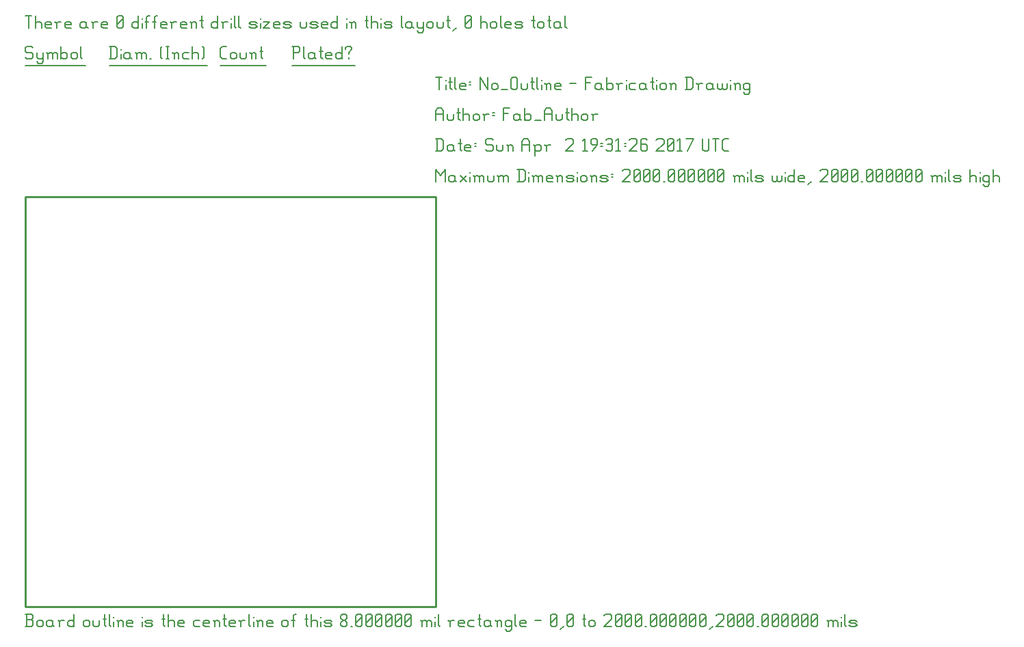
<source format=gbr>
G04 start of page 3 for group -3984 idx -3984 *
G04 Title: No_Outline, fab *
G04 Creator: pcb v4.0.0-g08c339ec *
G04 CreationDate: Sun Apr  2 19:31:26 2017 UTC *
G04 For: dan *
G04 Format: Gerber/RS-274X *
G04 PCB-Dimensions (mil): 2000.00 2000.00 *
G04 PCB-Coordinate-Origin: lower left *
%MOIN*%
%FSLAX25Y25*%
%LNFAB*%
%ADD14C,0.0100*%
%ADD13C,0.0075*%
%ADD12C,0.0060*%
G54D12*X3000Y273500D02*X3750Y272750D01*
X750Y273500D02*X3000D01*
X0Y272750D02*X750Y273500D01*
X0Y272750D02*Y271250D01*
X750Y270500D01*
X3000D01*
X3750Y269750D01*
Y268250D01*
X3000Y267500D02*X3750Y268250D01*
X750Y267500D02*X3000D01*
X0Y268250D02*X750Y267500D01*
X5550Y270500D02*Y268250D01*
X6300Y267500D01*
X8550Y270500D02*Y266000D01*
X7800Y265250D02*X8550Y266000D01*
X6300Y265250D02*X7800D01*
X5550Y266000D02*X6300Y265250D01*
Y267500D02*X7800D01*
X8550Y268250D01*
X11100Y269750D02*Y267500D01*
Y269750D02*X11850Y270500D01*
X12600D01*
X13350Y269750D01*
Y267500D01*
Y269750D02*X14100Y270500D01*
X14850D01*
X15600Y269750D01*
Y267500D01*
X10350Y270500D02*X11100Y269750D01*
X17400Y273500D02*Y267500D01*
Y268250D02*X18150Y267500D01*
X19650D01*
X20400Y268250D01*
Y269750D02*Y268250D01*
X19650Y270500D02*X20400Y269750D01*
X18150Y270500D02*X19650D01*
X17400Y269750D02*X18150Y270500D01*
X22200Y269750D02*Y268250D01*
Y269750D02*X22950Y270500D01*
X24450D01*
X25200Y269750D01*
Y268250D01*
X24450Y267500D02*X25200Y268250D01*
X22950Y267500D02*X24450D01*
X22200Y268250D02*X22950Y267500D01*
X27000Y273500D02*Y268250D01*
X27750Y267500D01*
X0Y264250D02*X29250D01*
X41750Y273500D02*Y267500D01*
X43700Y273500D02*X44750Y272450D01*
Y268550D01*
X43700Y267500D02*X44750Y268550D01*
X41000Y267500D02*X43700D01*
X41000Y273500D02*X43700D01*
G54D13*X46550Y272000D02*Y271850D01*
G54D12*Y269750D02*Y267500D01*
X50300Y270500D02*X51050Y269750D01*
X48800Y270500D02*X50300D01*
X48050Y269750D02*X48800Y270500D01*
X48050Y269750D02*Y268250D01*
X48800Y267500D01*
X51050Y270500D02*Y268250D01*
X51800Y267500D01*
X48800D02*X50300D01*
X51050Y268250D01*
X54350Y269750D02*Y267500D01*
Y269750D02*X55100Y270500D01*
X55850D01*
X56600Y269750D01*
Y267500D01*
Y269750D02*X57350Y270500D01*
X58100D01*
X58850Y269750D01*
Y267500D01*
X53600Y270500D02*X54350Y269750D01*
X60650Y267500D02*X61400D01*
X65900Y268250D02*X66650Y267500D01*
X65900Y272750D02*X66650Y273500D01*
X65900Y272750D02*Y268250D01*
X68450Y273500D02*X69950D01*
X69200D02*Y267500D01*
X68450D02*X69950D01*
X72500Y269750D02*Y267500D01*
Y269750D02*X73250Y270500D01*
X74000D01*
X74750Y269750D01*
Y267500D01*
X71750Y270500D02*X72500Y269750D01*
X77300Y270500D02*X79550D01*
X76550Y269750D02*X77300Y270500D01*
X76550Y269750D02*Y268250D01*
X77300Y267500D01*
X79550D01*
X81350Y273500D02*Y267500D01*
Y269750D02*X82100Y270500D01*
X83600D01*
X84350Y269750D01*
Y267500D01*
X86150Y273500D02*X86900Y272750D01*
Y268250D01*
X86150Y267500D02*X86900Y268250D01*
X41000Y264250D02*X88700D01*
X96050Y267500D02*X98000D01*
X95000Y268550D02*X96050Y267500D01*
X95000Y272450D02*Y268550D01*
Y272450D02*X96050Y273500D01*
X98000D01*
X99800Y269750D02*Y268250D01*
Y269750D02*X100550Y270500D01*
X102050D01*
X102800Y269750D01*
Y268250D01*
X102050Y267500D02*X102800Y268250D01*
X100550Y267500D02*X102050D01*
X99800Y268250D02*X100550Y267500D01*
X104600Y270500D02*Y268250D01*
X105350Y267500D01*
X106850D01*
X107600Y268250D01*
Y270500D02*Y268250D01*
X110150Y269750D02*Y267500D01*
Y269750D02*X110900Y270500D01*
X111650D01*
X112400Y269750D01*
Y267500D01*
X109400Y270500D02*X110150Y269750D01*
X114950Y273500D02*Y268250D01*
X115700Y267500D01*
X114200Y271250D02*X115700D01*
X95000Y264250D02*X117200D01*
X130750Y273500D02*Y267500D01*
X130000Y273500D02*X133000D01*
X133750Y272750D01*
Y271250D01*
X133000Y270500D02*X133750Y271250D01*
X130750Y270500D02*X133000D01*
X135550Y273500D02*Y268250D01*
X136300Y267500D01*
X140050Y270500D02*X140800Y269750D01*
X138550Y270500D02*X140050D01*
X137800Y269750D02*X138550Y270500D01*
X137800Y269750D02*Y268250D01*
X138550Y267500D01*
X140800Y270500D02*Y268250D01*
X141550Y267500D01*
X138550D02*X140050D01*
X140800Y268250D01*
X144100Y273500D02*Y268250D01*
X144850Y267500D01*
X143350Y271250D02*X144850D01*
X147100Y267500D02*X149350D01*
X146350Y268250D02*X147100Y267500D01*
X146350Y269750D02*Y268250D01*
Y269750D02*X147100Y270500D01*
X148600D01*
X149350Y269750D01*
X146350Y269000D02*X149350D01*
Y269750D02*Y269000D01*
X154150Y273500D02*Y267500D01*
X153400D02*X154150Y268250D01*
X151900Y267500D02*X153400D01*
X151150Y268250D02*X151900Y267500D01*
X151150Y269750D02*Y268250D01*
Y269750D02*X151900Y270500D01*
X153400D01*
X154150Y269750D01*
X157450Y270500D02*Y269750D01*
Y268250D02*Y267500D01*
X155950Y272750D02*Y272000D01*
Y272750D02*X156700Y273500D01*
X158200D01*
X158950Y272750D01*
Y272000D01*
X157450Y270500D02*X158950Y272000D01*
X130000Y264250D02*X160750D01*
X0Y288500D02*X3000D01*
X1500D02*Y282500D01*
X4800Y288500D02*Y282500D01*
Y284750D02*X5550Y285500D01*
X7050D01*
X7800Y284750D01*
Y282500D01*
X10350D02*X12600D01*
X9600Y283250D02*X10350Y282500D01*
X9600Y284750D02*Y283250D01*
Y284750D02*X10350Y285500D01*
X11850D01*
X12600Y284750D01*
X9600Y284000D02*X12600D01*
Y284750D02*Y284000D01*
X15150Y284750D02*Y282500D01*
Y284750D02*X15900Y285500D01*
X17400D01*
X14400D02*X15150Y284750D01*
X19950Y282500D02*X22200D01*
X19200Y283250D02*X19950Y282500D01*
X19200Y284750D02*Y283250D01*
Y284750D02*X19950Y285500D01*
X21450D01*
X22200Y284750D01*
X19200Y284000D02*X22200D01*
Y284750D02*Y284000D01*
X28950Y285500D02*X29700Y284750D01*
X27450Y285500D02*X28950D01*
X26700Y284750D02*X27450Y285500D01*
X26700Y284750D02*Y283250D01*
X27450Y282500D01*
X29700Y285500D02*Y283250D01*
X30450Y282500D01*
X27450D02*X28950D01*
X29700Y283250D01*
X33000Y284750D02*Y282500D01*
Y284750D02*X33750Y285500D01*
X35250D01*
X32250D02*X33000Y284750D01*
X37800Y282500D02*X40050D01*
X37050Y283250D02*X37800Y282500D01*
X37050Y284750D02*Y283250D01*
Y284750D02*X37800Y285500D01*
X39300D01*
X40050Y284750D01*
X37050Y284000D02*X40050D01*
Y284750D02*Y284000D01*
X44550Y283250D02*X45300Y282500D01*
X44550Y287750D02*Y283250D01*
Y287750D02*X45300Y288500D01*
X46800D01*
X47550Y287750D01*
Y283250D01*
X46800Y282500D02*X47550Y283250D01*
X45300Y282500D02*X46800D01*
X44550Y284000D02*X47550Y287000D01*
X55050Y288500D02*Y282500D01*
X54300D02*X55050Y283250D01*
X52800Y282500D02*X54300D01*
X52050Y283250D02*X52800Y282500D01*
X52050Y284750D02*Y283250D01*
Y284750D02*X52800Y285500D01*
X54300D01*
X55050Y284750D01*
G54D13*X56850Y287000D02*Y286850D01*
G54D12*Y284750D02*Y282500D01*
X59100Y287750D02*Y282500D01*
Y287750D02*X59850Y288500D01*
X60600D01*
X58350Y285500D02*X59850D01*
X62850Y287750D02*Y282500D01*
Y287750D02*X63600Y288500D01*
X64350D01*
X62100Y285500D02*X63600D01*
X66600Y282500D02*X68850D01*
X65850Y283250D02*X66600Y282500D01*
X65850Y284750D02*Y283250D01*
Y284750D02*X66600Y285500D01*
X68100D01*
X68850Y284750D01*
X65850Y284000D02*X68850D01*
Y284750D02*Y284000D01*
X71400Y284750D02*Y282500D01*
Y284750D02*X72150Y285500D01*
X73650D01*
X70650D02*X71400Y284750D01*
X76200Y282500D02*X78450D01*
X75450Y283250D02*X76200Y282500D01*
X75450Y284750D02*Y283250D01*
Y284750D02*X76200Y285500D01*
X77700D01*
X78450Y284750D01*
X75450Y284000D02*X78450D01*
Y284750D02*Y284000D01*
X81000Y284750D02*Y282500D01*
Y284750D02*X81750Y285500D01*
X82500D01*
X83250Y284750D01*
Y282500D01*
X80250Y285500D02*X81000Y284750D01*
X85800Y288500D02*Y283250D01*
X86550Y282500D01*
X85050Y286250D02*X86550D01*
X93750Y288500D02*Y282500D01*
X93000D02*X93750Y283250D01*
X91500Y282500D02*X93000D01*
X90750Y283250D02*X91500Y282500D01*
X90750Y284750D02*Y283250D01*
Y284750D02*X91500Y285500D01*
X93000D01*
X93750Y284750D01*
X96300D02*Y282500D01*
Y284750D02*X97050Y285500D01*
X98550D01*
X95550D02*X96300Y284750D01*
G54D13*X100350Y287000D02*Y286850D01*
G54D12*Y284750D02*Y282500D01*
X101850Y288500D02*Y283250D01*
X102600Y282500D01*
X104100Y288500D02*Y283250D01*
X104850Y282500D01*
X109800D02*X112050D01*
X112800Y283250D01*
X112050Y284000D02*X112800Y283250D01*
X109800Y284000D02*X112050D01*
X109050Y284750D02*X109800Y284000D01*
X109050Y284750D02*X109800Y285500D01*
X112050D01*
X112800Y284750D01*
X109050Y283250D02*X109800Y282500D01*
G54D13*X114600Y287000D02*Y286850D01*
G54D12*Y284750D02*Y282500D01*
X116100Y285500D02*X119100D01*
X116100Y282500D02*X119100Y285500D01*
X116100Y282500D02*X119100D01*
X121650D02*X123900D01*
X120900Y283250D02*X121650Y282500D01*
X120900Y284750D02*Y283250D01*
Y284750D02*X121650Y285500D01*
X123150D01*
X123900Y284750D01*
X120900Y284000D02*X123900D01*
Y284750D02*Y284000D01*
X126450Y282500D02*X128700D01*
X129450Y283250D01*
X128700Y284000D02*X129450Y283250D01*
X126450Y284000D02*X128700D01*
X125700Y284750D02*X126450Y284000D01*
X125700Y284750D02*X126450Y285500D01*
X128700D01*
X129450Y284750D01*
X125700Y283250D02*X126450Y282500D01*
X133950Y285500D02*Y283250D01*
X134700Y282500D01*
X136200D01*
X136950Y283250D01*
Y285500D02*Y283250D01*
X139500Y282500D02*X141750D01*
X142500Y283250D01*
X141750Y284000D02*X142500Y283250D01*
X139500Y284000D02*X141750D01*
X138750Y284750D02*X139500Y284000D01*
X138750Y284750D02*X139500Y285500D01*
X141750D01*
X142500Y284750D01*
X138750Y283250D02*X139500Y282500D01*
X145050D02*X147300D01*
X144300Y283250D02*X145050Y282500D01*
X144300Y284750D02*Y283250D01*
Y284750D02*X145050Y285500D01*
X146550D01*
X147300Y284750D01*
X144300Y284000D02*X147300D01*
Y284750D02*Y284000D01*
X152100Y288500D02*Y282500D01*
X151350D02*X152100Y283250D01*
X149850Y282500D02*X151350D01*
X149100Y283250D02*X149850Y282500D01*
X149100Y284750D02*Y283250D01*
Y284750D02*X149850Y285500D01*
X151350D01*
X152100Y284750D01*
G54D13*X156600Y287000D02*Y286850D01*
G54D12*Y284750D02*Y282500D01*
X158850Y284750D02*Y282500D01*
Y284750D02*X159600Y285500D01*
X160350D01*
X161100Y284750D01*
Y282500D01*
X158100Y285500D02*X158850Y284750D01*
X166350Y288500D02*Y283250D01*
X167100Y282500D01*
X165600Y286250D02*X167100D01*
X168600Y288500D02*Y282500D01*
Y284750D02*X169350Y285500D01*
X170850D01*
X171600Y284750D01*
Y282500D01*
G54D13*X173400Y287000D02*Y286850D01*
G54D12*Y284750D02*Y282500D01*
X175650D02*X177900D01*
X178650Y283250D01*
X177900Y284000D02*X178650Y283250D01*
X175650Y284000D02*X177900D01*
X174900Y284750D02*X175650Y284000D01*
X174900Y284750D02*X175650Y285500D01*
X177900D01*
X178650Y284750D01*
X174900Y283250D02*X175650Y282500D01*
X183150Y288500D02*Y283250D01*
X183900Y282500D01*
X187650Y285500D02*X188400Y284750D01*
X186150Y285500D02*X187650D01*
X185400Y284750D02*X186150Y285500D01*
X185400Y284750D02*Y283250D01*
X186150Y282500D01*
X188400Y285500D02*Y283250D01*
X189150Y282500D01*
X186150D02*X187650D01*
X188400Y283250D01*
X190950Y285500D02*Y283250D01*
X191700Y282500D01*
X193950Y285500D02*Y281000D01*
X193200Y280250D02*X193950Y281000D01*
X191700Y280250D02*X193200D01*
X190950Y281000D02*X191700Y280250D01*
Y282500D02*X193200D01*
X193950Y283250D01*
X195750Y284750D02*Y283250D01*
Y284750D02*X196500Y285500D01*
X198000D01*
X198750Y284750D01*
Y283250D01*
X198000Y282500D02*X198750Y283250D01*
X196500Y282500D02*X198000D01*
X195750Y283250D02*X196500Y282500D01*
X200550Y285500D02*Y283250D01*
X201300Y282500D01*
X202800D01*
X203550Y283250D01*
Y285500D02*Y283250D01*
X206100Y288500D02*Y283250D01*
X206850Y282500D01*
X205350Y286250D02*X206850D01*
X208350Y281000D02*X209850Y282500D01*
X214350Y283250D02*X215100Y282500D01*
X214350Y287750D02*Y283250D01*
Y287750D02*X215100Y288500D01*
X216600D01*
X217350Y287750D01*
Y283250D01*
X216600Y282500D02*X217350Y283250D01*
X215100Y282500D02*X216600D01*
X214350Y284000D02*X217350Y287000D01*
X221850Y288500D02*Y282500D01*
Y284750D02*X222600Y285500D01*
X224100D01*
X224850Y284750D01*
Y282500D01*
X226650Y284750D02*Y283250D01*
Y284750D02*X227400Y285500D01*
X228900D01*
X229650Y284750D01*
Y283250D01*
X228900Y282500D02*X229650Y283250D01*
X227400Y282500D02*X228900D01*
X226650Y283250D02*X227400Y282500D01*
X231450Y288500D02*Y283250D01*
X232200Y282500D01*
X234450D02*X236700D01*
X233700Y283250D02*X234450Y282500D01*
X233700Y284750D02*Y283250D01*
Y284750D02*X234450Y285500D01*
X235950D01*
X236700Y284750D01*
X233700Y284000D02*X236700D01*
Y284750D02*Y284000D01*
X239250Y282500D02*X241500D01*
X242250Y283250D01*
X241500Y284000D02*X242250Y283250D01*
X239250Y284000D02*X241500D01*
X238500Y284750D02*X239250Y284000D01*
X238500Y284750D02*X239250Y285500D01*
X241500D01*
X242250Y284750D01*
X238500Y283250D02*X239250Y282500D01*
X247500Y288500D02*Y283250D01*
X248250Y282500D01*
X246750Y286250D02*X248250D01*
X249750Y284750D02*Y283250D01*
Y284750D02*X250500Y285500D01*
X252000D01*
X252750Y284750D01*
Y283250D01*
X252000Y282500D02*X252750Y283250D01*
X250500Y282500D02*X252000D01*
X249750Y283250D02*X250500Y282500D01*
X255300Y288500D02*Y283250D01*
X256050Y282500D01*
X254550Y286250D02*X256050D01*
X259800Y285500D02*X260550Y284750D01*
X258300Y285500D02*X259800D01*
X257550Y284750D02*X258300Y285500D01*
X257550Y284750D02*Y283250D01*
X258300Y282500D01*
X260550Y285500D02*Y283250D01*
X261300Y282500D01*
X258300D02*X259800D01*
X260550Y283250D01*
X263100Y288500D02*Y283250D01*
X263850Y282500D01*
G54D14*X0Y200000D02*X200000D01*
X0D02*Y0D01*
X200000Y200000D02*Y0D01*
X0D02*X200000D01*
G54D12*Y213500D02*Y207500D01*
Y213500D02*X202250Y210500D01*
X204500Y213500D01*
Y207500D01*
X208550Y210500D02*X209300Y209750D01*
X207050Y210500D02*X208550D01*
X206300Y209750D02*X207050Y210500D01*
X206300Y209750D02*Y208250D01*
X207050Y207500D01*
X209300Y210500D02*Y208250D01*
X210050Y207500D01*
X207050D02*X208550D01*
X209300Y208250D01*
X211850Y210500D02*X214850Y207500D01*
X211850D02*X214850Y210500D01*
G54D13*X216650Y212000D02*Y211850D01*
G54D12*Y209750D02*Y207500D01*
X218900Y209750D02*Y207500D01*
Y209750D02*X219650Y210500D01*
X220400D01*
X221150Y209750D01*
Y207500D01*
Y209750D02*X221900Y210500D01*
X222650D01*
X223400Y209750D01*
Y207500D01*
X218150Y210500D02*X218900Y209750D01*
X225200Y210500D02*Y208250D01*
X225950Y207500D01*
X227450D01*
X228200Y208250D01*
Y210500D02*Y208250D01*
X230750Y209750D02*Y207500D01*
Y209750D02*X231500Y210500D01*
X232250D01*
X233000Y209750D01*
Y207500D01*
Y209750D02*X233750Y210500D01*
X234500D01*
X235250Y209750D01*
Y207500D01*
X230000Y210500D02*X230750Y209750D01*
X240500Y213500D02*Y207500D01*
X242450Y213500D02*X243500Y212450D01*
Y208550D01*
X242450Y207500D02*X243500Y208550D01*
X239750Y207500D02*X242450D01*
X239750Y213500D02*X242450D01*
G54D13*X245300Y212000D02*Y211850D01*
G54D12*Y209750D02*Y207500D01*
X247550Y209750D02*Y207500D01*
Y209750D02*X248300Y210500D01*
X249050D01*
X249800Y209750D01*
Y207500D01*
Y209750D02*X250550Y210500D01*
X251300D01*
X252050Y209750D01*
Y207500D01*
X246800Y210500D02*X247550Y209750D01*
X254600Y207500D02*X256850D01*
X253850Y208250D02*X254600Y207500D01*
X253850Y209750D02*Y208250D01*
Y209750D02*X254600Y210500D01*
X256100D01*
X256850Y209750D01*
X253850Y209000D02*X256850D01*
Y209750D02*Y209000D01*
X259400Y209750D02*Y207500D01*
Y209750D02*X260150Y210500D01*
X260900D01*
X261650Y209750D01*
Y207500D01*
X258650Y210500D02*X259400Y209750D01*
X264200Y207500D02*X266450D01*
X267200Y208250D01*
X266450Y209000D02*X267200Y208250D01*
X264200Y209000D02*X266450D01*
X263450Y209750D02*X264200Y209000D01*
X263450Y209750D02*X264200Y210500D01*
X266450D01*
X267200Y209750D01*
X263450Y208250D02*X264200Y207500D01*
G54D13*X269000Y212000D02*Y211850D01*
G54D12*Y209750D02*Y207500D01*
X270500Y209750D02*Y208250D01*
Y209750D02*X271250Y210500D01*
X272750D01*
X273500Y209750D01*
Y208250D01*
X272750Y207500D02*X273500Y208250D01*
X271250Y207500D02*X272750D01*
X270500Y208250D02*X271250Y207500D01*
X276050Y209750D02*Y207500D01*
Y209750D02*X276800Y210500D01*
X277550D01*
X278300Y209750D01*
Y207500D01*
X275300Y210500D02*X276050Y209750D01*
X280850Y207500D02*X283100D01*
X283850Y208250D01*
X283100Y209000D02*X283850Y208250D01*
X280850Y209000D02*X283100D01*
X280100Y209750D02*X280850Y209000D01*
X280100Y209750D02*X280850Y210500D01*
X283100D01*
X283850Y209750D01*
X280100Y208250D02*X280850Y207500D01*
X285650Y211250D02*X286400D01*
X285650Y209750D02*X286400D01*
X290900Y212750D02*X291650Y213500D01*
X293900D01*
X294650Y212750D01*
Y211250D01*
X290900Y207500D02*X294650Y211250D01*
X290900Y207500D02*X294650D01*
X296450Y208250D02*X297200Y207500D01*
X296450Y212750D02*Y208250D01*
Y212750D02*X297200Y213500D01*
X298700D01*
X299450Y212750D01*
Y208250D01*
X298700Y207500D02*X299450Y208250D01*
X297200Y207500D02*X298700D01*
X296450Y209000D02*X299450Y212000D01*
X301250Y208250D02*X302000Y207500D01*
X301250Y212750D02*Y208250D01*
Y212750D02*X302000Y213500D01*
X303500D01*
X304250Y212750D01*
Y208250D01*
X303500Y207500D02*X304250Y208250D01*
X302000Y207500D02*X303500D01*
X301250Y209000D02*X304250Y212000D01*
X306050Y208250D02*X306800Y207500D01*
X306050Y212750D02*Y208250D01*
Y212750D02*X306800Y213500D01*
X308300D01*
X309050Y212750D01*
Y208250D01*
X308300Y207500D02*X309050Y208250D01*
X306800Y207500D02*X308300D01*
X306050Y209000D02*X309050Y212000D01*
X310850Y207500D02*X311600D01*
X313400Y208250D02*X314150Y207500D01*
X313400Y212750D02*Y208250D01*
Y212750D02*X314150Y213500D01*
X315650D01*
X316400Y212750D01*
Y208250D01*
X315650Y207500D02*X316400Y208250D01*
X314150Y207500D02*X315650D01*
X313400Y209000D02*X316400Y212000D01*
X318200Y208250D02*X318950Y207500D01*
X318200Y212750D02*Y208250D01*
Y212750D02*X318950Y213500D01*
X320450D01*
X321200Y212750D01*
Y208250D01*
X320450Y207500D02*X321200Y208250D01*
X318950Y207500D02*X320450D01*
X318200Y209000D02*X321200Y212000D01*
X323000Y208250D02*X323750Y207500D01*
X323000Y212750D02*Y208250D01*
Y212750D02*X323750Y213500D01*
X325250D01*
X326000Y212750D01*
Y208250D01*
X325250Y207500D02*X326000Y208250D01*
X323750Y207500D02*X325250D01*
X323000Y209000D02*X326000Y212000D01*
X327800Y208250D02*X328550Y207500D01*
X327800Y212750D02*Y208250D01*
Y212750D02*X328550Y213500D01*
X330050D01*
X330800Y212750D01*
Y208250D01*
X330050Y207500D02*X330800Y208250D01*
X328550Y207500D02*X330050D01*
X327800Y209000D02*X330800Y212000D01*
X332600Y208250D02*X333350Y207500D01*
X332600Y212750D02*Y208250D01*
Y212750D02*X333350Y213500D01*
X334850D01*
X335600Y212750D01*
Y208250D01*
X334850Y207500D02*X335600Y208250D01*
X333350Y207500D02*X334850D01*
X332600Y209000D02*X335600Y212000D01*
X337400Y208250D02*X338150Y207500D01*
X337400Y212750D02*Y208250D01*
Y212750D02*X338150Y213500D01*
X339650D01*
X340400Y212750D01*
Y208250D01*
X339650Y207500D02*X340400Y208250D01*
X338150Y207500D02*X339650D01*
X337400Y209000D02*X340400Y212000D01*
X345650Y209750D02*Y207500D01*
Y209750D02*X346400Y210500D01*
X347150D01*
X347900Y209750D01*
Y207500D01*
Y209750D02*X348650Y210500D01*
X349400D01*
X350150Y209750D01*
Y207500D01*
X344900Y210500D02*X345650Y209750D01*
G54D13*X351950Y212000D02*Y211850D01*
G54D12*Y209750D02*Y207500D01*
X353450Y213500D02*Y208250D01*
X354200Y207500D01*
X356450D02*X358700D01*
X359450Y208250D01*
X358700Y209000D02*X359450Y208250D01*
X356450Y209000D02*X358700D01*
X355700Y209750D02*X356450Y209000D01*
X355700Y209750D02*X356450Y210500D01*
X358700D01*
X359450Y209750D01*
X355700Y208250D02*X356450Y207500D01*
X363950Y210500D02*Y208250D01*
X364700Y207500D01*
X365450D01*
X366200Y208250D01*
Y210500D02*Y208250D01*
X366950Y207500D01*
X367700D01*
X368450Y208250D01*
Y210500D02*Y208250D01*
G54D13*X370250Y212000D02*Y211850D01*
G54D12*Y209750D02*Y207500D01*
X374750Y213500D02*Y207500D01*
X374000D02*X374750Y208250D01*
X372500Y207500D02*X374000D01*
X371750Y208250D02*X372500Y207500D01*
X371750Y209750D02*Y208250D01*
Y209750D02*X372500Y210500D01*
X374000D01*
X374750Y209750D01*
X377300Y207500D02*X379550D01*
X376550Y208250D02*X377300Y207500D01*
X376550Y209750D02*Y208250D01*
Y209750D02*X377300Y210500D01*
X378800D01*
X379550Y209750D01*
X376550Y209000D02*X379550D01*
Y209750D02*Y209000D01*
X381350Y206000D02*X382850Y207500D01*
X387350Y212750D02*X388100Y213500D01*
X390350D01*
X391100Y212750D01*
Y211250D01*
X387350Y207500D02*X391100Y211250D01*
X387350Y207500D02*X391100D01*
X392900Y208250D02*X393650Y207500D01*
X392900Y212750D02*Y208250D01*
Y212750D02*X393650Y213500D01*
X395150D01*
X395900Y212750D01*
Y208250D01*
X395150Y207500D02*X395900Y208250D01*
X393650Y207500D02*X395150D01*
X392900Y209000D02*X395900Y212000D01*
X397700Y208250D02*X398450Y207500D01*
X397700Y212750D02*Y208250D01*
Y212750D02*X398450Y213500D01*
X399950D01*
X400700Y212750D01*
Y208250D01*
X399950Y207500D02*X400700Y208250D01*
X398450Y207500D02*X399950D01*
X397700Y209000D02*X400700Y212000D01*
X402500Y208250D02*X403250Y207500D01*
X402500Y212750D02*Y208250D01*
Y212750D02*X403250Y213500D01*
X404750D01*
X405500Y212750D01*
Y208250D01*
X404750Y207500D02*X405500Y208250D01*
X403250Y207500D02*X404750D01*
X402500Y209000D02*X405500Y212000D01*
X407300Y207500D02*X408050D01*
X409850Y208250D02*X410600Y207500D01*
X409850Y212750D02*Y208250D01*
Y212750D02*X410600Y213500D01*
X412100D01*
X412850Y212750D01*
Y208250D01*
X412100Y207500D02*X412850Y208250D01*
X410600Y207500D02*X412100D01*
X409850Y209000D02*X412850Y212000D01*
X414650Y208250D02*X415400Y207500D01*
X414650Y212750D02*Y208250D01*
Y212750D02*X415400Y213500D01*
X416900D01*
X417650Y212750D01*
Y208250D01*
X416900Y207500D02*X417650Y208250D01*
X415400Y207500D02*X416900D01*
X414650Y209000D02*X417650Y212000D01*
X419450Y208250D02*X420200Y207500D01*
X419450Y212750D02*Y208250D01*
Y212750D02*X420200Y213500D01*
X421700D01*
X422450Y212750D01*
Y208250D01*
X421700Y207500D02*X422450Y208250D01*
X420200Y207500D02*X421700D01*
X419450Y209000D02*X422450Y212000D01*
X424250Y208250D02*X425000Y207500D01*
X424250Y212750D02*Y208250D01*
Y212750D02*X425000Y213500D01*
X426500D01*
X427250Y212750D01*
Y208250D01*
X426500Y207500D02*X427250Y208250D01*
X425000Y207500D02*X426500D01*
X424250Y209000D02*X427250Y212000D01*
X429050Y208250D02*X429800Y207500D01*
X429050Y212750D02*Y208250D01*
Y212750D02*X429800Y213500D01*
X431300D01*
X432050Y212750D01*
Y208250D01*
X431300Y207500D02*X432050Y208250D01*
X429800Y207500D02*X431300D01*
X429050Y209000D02*X432050Y212000D01*
X433850Y208250D02*X434600Y207500D01*
X433850Y212750D02*Y208250D01*
Y212750D02*X434600Y213500D01*
X436100D01*
X436850Y212750D01*
Y208250D01*
X436100Y207500D02*X436850Y208250D01*
X434600Y207500D02*X436100D01*
X433850Y209000D02*X436850Y212000D01*
X442100Y209750D02*Y207500D01*
Y209750D02*X442850Y210500D01*
X443600D01*
X444350Y209750D01*
Y207500D01*
Y209750D02*X445100Y210500D01*
X445850D01*
X446600Y209750D01*
Y207500D01*
X441350Y210500D02*X442100Y209750D01*
G54D13*X448400Y212000D02*Y211850D01*
G54D12*Y209750D02*Y207500D01*
X449900Y213500D02*Y208250D01*
X450650Y207500D01*
X452900D02*X455150D01*
X455900Y208250D01*
X455150Y209000D02*X455900Y208250D01*
X452900Y209000D02*X455150D01*
X452150Y209750D02*X452900Y209000D01*
X452150Y209750D02*X452900Y210500D01*
X455150D01*
X455900Y209750D01*
X452150Y208250D02*X452900Y207500D01*
X460400Y213500D02*Y207500D01*
Y209750D02*X461150Y210500D01*
X462650D01*
X463400Y209750D01*
Y207500D01*
G54D13*X465200Y212000D02*Y211850D01*
G54D12*Y209750D02*Y207500D01*
X468950Y210500D02*X469700Y209750D01*
X467450Y210500D02*X468950D01*
X466700Y209750D02*X467450Y210500D01*
X466700Y209750D02*Y208250D01*
X467450Y207500D01*
X468950D01*
X469700Y208250D01*
X466700Y206000D02*X467450Y205250D01*
X468950D01*
X469700Y206000D01*
Y210500D02*Y206000D01*
X471500Y213500D02*Y207500D01*
Y209750D02*X472250Y210500D01*
X473750D01*
X474500Y209750D01*
Y207500D01*
X0Y-9500D02*X3000D01*
X3750Y-8750D01*
Y-6950D02*Y-8750D01*
X3000Y-6200D02*X3750Y-6950D01*
X750Y-6200D02*X3000D01*
X750Y-3500D02*Y-9500D01*
X0Y-3500D02*X3000D01*
X3750Y-4250D01*
Y-5450D01*
X3000Y-6200D02*X3750Y-5450D01*
X5550Y-7250D02*Y-8750D01*
Y-7250D02*X6300Y-6500D01*
X7800D01*
X8550Y-7250D01*
Y-8750D01*
X7800Y-9500D02*X8550Y-8750D01*
X6300Y-9500D02*X7800D01*
X5550Y-8750D02*X6300Y-9500D01*
X12600Y-6500D02*X13350Y-7250D01*
X11100Y-6500D02*X12600D01*
X10350Y-7250D02*X11100Y-6500D01*
X10350Y-7250D02*Y-8750D01*
X11100Y-9500D01*
X13350Y-6500D02*Y-8750D01*
X14100Y-9500D01*
X11100D02*X12600D01*
X13350Y-8750D01*
X16650Y-7250D02*Y-9500D01*
Y-7250D02*X17400Y-6500D01*
X18900D01*
X15900D02*X16650Y-7250D01*
X23700Y-3500D02*Y-9500D01*
X22950D02*X23700Y-8750D01*
X21450Y-9500D02*X22950D01*
X20700Y-8750D02*X21450Y-9500D01*
X20700Y-7250D02*Y-8750D01*
Y-7250D02*X21450Y-6500D01*
X22950D01*
X23700Y-7250D01*
X28200D02*Y-8750D01*
Y-7250D02*X28950Y-6500D01*
X30450D01*
X31200Y-7250D01*
Y-8750D01*
X30450Y-9500D02*X31200Y-8750D01*
X28950Y-9500D02*X30450D01*
X28200Y-8750D02*X28950Y-9500D01*
X33000Y-6500D02*Y-8750D01*
X33750Y-9500D01*
X35250D01*
X36000Y-8750D01*
Y-6500D02*Y-8750D01*
X38550Y-3500D02*Y-8750D01*
X39300Y-9500D01*
X37800Y-5750D02*X39300D01*
X40800Y-3500D02*Y-8750D01*
X41550Y-9500D01*
G54D13*X43050Y-5000D02*Y-5150D01*
G54D12*Y-7250D02*Y-9500D01*
X45300Y-7250D02*Y-9500D01*
Y-7250D02*X46050Y-6500D01*
X46800D01*
X47550Y-7250D01*
Y-9500D01*
X44550Y-6500D02*X45300Y-7250D01*
X50100Y-9500D02*X52350D01*
X49350Y-8750D02*X50100Y-9500D01*
X49350Y-7250D02*Y-8750D01*
Y-7250D02*X50100Y-6500D01*
X51600D01*
X52350Y-7250D01*
X49350Y-8000D02*X52350D01*
Y-7250D02*Y-8000D01*
G54D13*X56850Y-5000D02*Y-5150D01*
G54D12*Y-7250D02*Y-9500D01*
X59100D02*X61350D01*
X62100Y-8750D01*
X61350Y-8000D02*X62100Y-8750D01*
X59100Y-8000D02*X61350D01*
X58350Y-7250D02*X59100Y-8000D01*
X58350Y-7250D02*X59100Y-6500D01*
X61350D01*
X62100Y-7250D01*
X58350Y-8750D02*X59100Y-9500D01*
X67350Y-3500D02*Y-8750D01*
X68100Y-9500D01*
X66600Y-5750D02*X68100D01*
X69600Y-3500D02*Y-9500D01*
Y-7250D02*X70350Y-6500D01*
X71850D01*
X72600Y-7250D01*
Y-9500D01*
X75150D02*X77400D01*
X74400Y-8750D02*X75150Y-9500D01*
X74400Y-7250D02*Y-8750D01*
Y-7250D02*X75150Y-6500D01*
X76650D01*
X77400Y-7250D01*
X74400Y-8000D02*X77400D01*
Y-7250D02*Y-8000D01*
X82650Y-6500D02*X84900D01*
X81900Y-7250D02*X82650Y-6500D01*
X81900Y-7250D02*Y-8750D01*
X82650Y-9500D01*
X84900D01*
X87450D02*X89700D01*
X86700Y-8750D02*X87450Y-9500D01*
X86700Y-7250D02*Y-8750D01*
Y-7250D02*X87450Y-6500D01*
X88950D01*
X89700Y-7250D01*
X86700Y-8000D02*X89700D01*
Y-7250D02*Y-8000D01*
X92250Y-7250D02*Y-9500D01*
Y-7250D02*X93000Y-6500D01*
X93750D01*
X94500Y-7250D01*
Y-9500D01*
X91500Y-6500D02*X92250Y-7250D01*
X97050Y-3500D02*Y-8750D01*
X97800Y-9500D01*
X96300Y-5750D02*X97800D01*
X100050Y-9500D02*X102300D01*
X99300Y-8750D02*X100050Y-9500D01*
X99300Y-7250D02*Y-8750D01*
Y-7250D02*X100050Y-6500D01*
X101550D01*
X102300Y-7250D01*
X99300Y-8000D02*X102300D01*
Y-7250D02*Y-8000D01*
X104850Y-7250D02*Y-9500D01*
Y-7250D02*X105600Y-6500D01*
X107100D01*
X104100D02*X104850Y-7250D01*
X108900Y-3500D02*Y-8750D01*
X109650Y-9500D01*
G54D13*X111150Y-5000D02*Y-5150D01*
G54D12*Y-7250D02*Y-9500D01*
X113400Y-7250D02*Y-9500D01*
Y-7250D02*X114150Y-6500D01*
X114900D01*
X115650Y-7250D01*
Y-9500D01*
X112650Y-6500D02*X113400Y-7250D01*
X118200Y-9500D02*X120450D01*
X117450Y-8750D02*X118200Y-9500D01*
X117450Y-7250D02*Y-8750D01*
Y-7250D02*X118200Y-6500D01*
X119700D01*
X120450Y-7250D01*
X117450Y-8000D02*X120450D01*
Y-7250D02*Y-8000D01*
X124950Y-7250D02*Y-8750D01*
Y-7250D02*X125700Y-6500D01*
X127200D01*
X127950Y-7250D01*
Y-8750D01*
X127200Y-9500D02*X127950Y-8750D01*
X125700Y-9500D02*X127200D01*
X124950Y-8750D02*X125700Y-9500D01*
X130500Y-4250D02*Y-9500D01*
Y-4250D02*X131250Y-3500D01*
X132000D01*
X129750Y-6500D02*X131250D01*
X136950Y-3500D02*Y-8750D01*
X137700Y-9500D01*
X136200Y-5750D02*X137700D01*
X139200Y-3500D02*Y-9500D01*
Y-7250D02*X139950Y-6500D01*
X141450D01*
X142200Y-7250D01*
Y-9500D01*
G54D13*X144000Y-5000D02*Y-5150D01*
G54D12*Y-7250D02*Y-9500D01*
X146250D02*X148500D01*
X149250Y-8750D01*
X148500Y-8000D02*X149250Y-8750D01*
X146250Y-8000D02*X148500D01*
X145500Y-7250D02*X146250Y-8000D01*
X145500Y-7250D02*X146250Y-6500D01*
X148500D01*
X149250Y-7250D01*
X145500Y-8750D02*X146250Y-9500D01*
X153750Y-8750D02*X154500Y-9500D01*
X153750Y-7550D02*Y-8750D01*
Y-7550D02*X154800Y-6500D01*
X155700D01*
X156750Y-7550D01*
Y-8750D01*
X156000Y-9500D02*X156750Y-8750D01*
X154500Y-9500D02*X156000D01*
X153750Y-5450D02*X154800Y-6500D01*
X153750Y-4250D02*Y-5450D01*
Y-4250D02*X154500Y-3500D01*
X156000D01*
X156750Y-4250D01*
Y-5450D01*
X155700Y-6500D02*X156750Y-5450D01*
X158550Y-9500D02*X159300D01*
X161100Y-8750D02*X161850Y-9500D01*
X161100Y-4250D02*Y-8750D01*
Y-4250D02*X161850Y-3500D01*
X163350D01*
X164100Y-4250D01*
Y-8750D01*
X163350Y-9500D02*X164100Y-8750D01*
X161850Y-9500D02*X163350D01*
X161100Y-8000D02*X164100Y-5000D01*
X165900Y-8750D02*X166650Y-9500D01*
X165900Y-4250D02*Y-8750D01*
Y-4250D02*X166650Y-3500D01*
X168150D01*
X168900Y-4250D01*
Y-8750D01*
X168150Y-9500D02*X168900Y-8750D01*
X166650Y-9500D02*X168150D01*
X165900Y-8000D02*X168900Y-5000D01*
X170700Y-8750D02*X171450Y-9500D01*
X170700Y-4250D02*Y-8750D01*
Y-4250D02*X171450Y-3500D01*
X172950D01*
X173700Y-4250D01*
Y-8750D01*
X172950Y-9500D02*X173700Y-8750D01*
X171450Y-9500D02*X172950D01*
X170700Y-8000D02*X173700Y-5000D01*
X175500Y-8750D02*X176250Y-9500D01*
X175500Y-4250D02*Y-8750D01*
Y-4250D02*X176250Y-3500D01*
X177750D01*
X178500Y-4250D01*
Y-8750D01*
X177750Y-9500D02*X178500Y-8750D01*
X176250Y-9500D02*X177750D01*
X175500Y-8000D02*X178500Y-5000D01*
X180300Y-8750D02*X181050Y-9500D01*
X180300Y-4250D02*Y-8750D01*
Y-4250D02*X181050Y-3500D01*
X182550D01*
X183300Y-4250D01*
Y-8750D01*
X182550Y-9500D02*X183300Y-8750D01*
X181050Y-9500D02*X182550D01*
X180300Y-8000D02*X183300Y-5000D01*
X185100Y-8750D02*X185850Y-9500D01*
X185100Y-4250D02*Y-8750D01*
Y-4250D02*X185850Y-3500D01*
X187350D01*
X188100Y-4250D01*
Y-8750D01*
X187350Y-9500D02*X188100Y-8750D01*
X185850Y-9500D02*X187350D01*
X185100Y-8000D02*X188100Y-5000D01*
X193350Y-7250D02*Y-9500D01*
Y-7250D02*X194100Y-6500D01*
X194850D01*
X195600Y-7250D01*
Y-9500D01*
Y-7250D02*X196350Y-6500D01*
X197100D01*
X197850Y-7250D01*
Y-9500D01*
X192600Y-6500D02*X193350Y-7250D01*
G54D13*X199650Y-5000D02*Y-5150D01*
G54D12*Y-7250D02*Y-9500D01*
X201150Y-3500D02*Y-8750D01*
X201900Y-9500D01*
X206850Y-7250D02*Y-9500D01*
Y-7250D02*X207600Y-6500D01*
X209100D01*
X206100D02*X206850Y-7250D01*
X211650Y-9500D02*X213900D01*
X210900Y-8750D02*X211650Y-9500D01*
X210900Y-7250D02*Y-8750D01*
Y-7250D02*X211650Y-6500D01*
X213150D01*
X213900Y-7250D01*
X210900Y-8000D02*X213900D01*
Y-7250D02*Y-8000D01*
X216450Y-6500D02*X218700D01*
X215700Y-7250D02*X216450Y-6500D01*
X215700Y-7250D02*Y-8750D01*
X216450Y-9500D01*
X218700D01*
X221250Y-3500D02*Y-8750D01*
X222000Y-9500D01*
X220500Y-5750D02*X222000D01*
X225750Y-6500D02*X226500Y-7250D01*
X224250Y-6500D02*X225750D01*
X223500Y-7250D02*X224250Y-6500D01*
X223500Y-7250D02*Y-8750D01*
X224250Y-9500D01*
X226500Y-6500D02*Y-8750D01*
X227250Y-9500D01*
X224250D02*X225750D01*
X226500Y-8750D01*
X229800Y-7250D02*Y-9500D01*
Y-7250D02*X230550Y-6500D01*
X231300D01*
X232050Y-7250D01*
Y-9500D01*
X229050Y-6500D02*X229800Y-7250D01*
X236100Y-6500D02*X236850Y-7250D01*
X234600Y-6500D02*X236100D01*
X233850Y-7250D02*X234600Y-6500D01*
X233850Y-7250D02*Y-8750D01*
X234600Y-9500D01*
X236100D01*
X236850Y-8750D01*
X233850Y-11000D02*X234600Y-11750D01*
X236100D01*
X236850Y-11000D01*
Y-6500D02*Y-11000D01*
X238650Y-3500D02*Y-8750D01*
X239400Y-9500D01*
X241650D02*X243900D01*
X240900Y-8750D02*X241650Y-9500D01*
X240900Y-7250D02*Y-8750D01*
Y-7250D02*X241650Y-6500D01*
X243150D01*
X243900Y-7250D01*
X240900Y-8000D02*X243900D01*
Y-7250D02*Y-8000D01*
X248400Y-6500D02*X251400D01*
X255900Y-8750D02*X256650Y-9500D01*
X255900Y-4250D02*Y-8750D01*
Y-4250D02*X256650Y-3500D01*
X258150D01*
X258900Y-4250D01*
Y-8750D01*
X258150Y-9500D02*X258900Y-8750D01*
X256650Y-9500D02*X258150D01*
X255900Y-8000D02*X258900Y-5000D01*
X260700Y-11000D02*X262200Y-9500D01*
X264000Y-8750D02*X264750Y-9500D01*
X264000Y-4250D02*Y-8750D01*
Y-4250D02*X264750Y-3500D01*
X266250D01*
X267000Y-4250D01*
Y-8750D01*
X266250Y-9500D02*X267000Y-8750D01*
X264750Y-9500D02*X266250D01*
X264000Y-8000D02*X267000Y-5000D01*
X272250Y-3500D02*Y-8750D01*
X273000Y-9500D01*
X271500Y-5750D02*X273000D01*
X274500Y-7250D02*Y-8750D01*
Y-7250D02*X275250Y-6500D01*
X276750D01*
X277500Y-7250D01*
Y-8750D01*
X276750Y-9500D02*X277500Y-8750D01*
X275250Y-9500D02*X276750D01*
X274500Y-8750D02*X275250Y-9500D01*
X282000Y-4250D02*X282750Y-3500D01*
X285000D01*
X285750Y-4250D01*
Y-5750D01*
X282000Y-9500D02*X285750Y-5750D01*
X282000Y-9500D02*X285750D01*
X287550Y-8750D02*X288300Y-9500D01*
X287550Y-4250D02*Y-8750D01*
Y-4250D02*X288300Y-3500D01*
X289800D01*
X290550Y-4250D01*
Y-8750D01*
X289800Y-9500D02*X290550Y-8750D01*
X288300Y-9500D02*X289800D01*
X287550Y-8000D02*X290550Y-5000D01*
X292350Y-8750D02*X293100Y-9500D01*
X292350Y-4250D02*Y-8750D01*
Y-4250D02*X293100Y-3500D01*
X294600D01*
X295350Y-4250D01*
Y-8750D01*
X294600Y-9500D02*X295350Y-8750D01*
X293100Y-9500D02*X294600D01*
X292350Y-8000D02*X295350Y-5000D01*
X297150Y-8750D02*X297900Y-9500D01*
X297150Y-4250D02*Y-8750D01*
Y-4250D02*X297900Y-3500D01*
X299400D01*
X300150Y-4250D01*
Y-8750D01*
X299400Y-9500D02*X300150Y-8750D01*
X297900Y-9500D02*X299400D01*
X297150Y-8000D02*X300150Y-5000D01*
X301950Y-9500D02*X302700D01*
X304500Y-8750D02*X305250Y-9500D01*
X304500Y-4250D02*Y-8750D01*
Y-4250D02*X305250Y-3500D01*
X306750D01*
X307500Y-4250D01*
Y-8750D01*
X306750Y-9500D02*X307500Y-8750D01*
X305250Y-9500D02*X306750D01*
X304500Y-8000D02*X307500Y-5000D01*
X309300Y-8750D02*X310050Y-9500D01*
X309300Y-4250D02*Y-8750D01*
Y-4250D02*X310050Y-3500D01*
X311550D01*
X312300Y-4250D01*
Y-8750D01*
X311550Y-9500D02*X312300Y-8750D01*
X310050Y-9500D02*X311550D01*
X309300Y-8000D02*X312300Y-5000D01*
X314100Y-8750D02*X314850Y-9500D01*
X314100Y-4250D02*Y-8750D01*
Y-4250D02*X314850Y-3500D01*
X316350D01*
X317100Y-4250D01*
Y-8750D01*
X316350Y-9500D02*X317100Y-8750D01*
X314850Y-9500D02*X316350D01*
X314100Y-8000D02*X317100Y-5000D01*
X318900Y-8750D02*X319650Y-9500D01*
X318900Y-4250D02*Y-8750D01*
Y-4250D02*X319650Y-3500D01*
X321150D01*
X321900Y-4250D01*
Y-8750D01*
X321150Y-9500D02*X321900Y-8750D01*
X319650Y-9500D02*X321150D01*
X318900Y-8000D02*X321900Y-5000D01*
X323700Y-8750D02*X324450Y-9500D01*
X323700Y-4250D02*Y-8750D01*
Y-4250D02*X324450Y-3500D01*
X325950D01*
X326700Y-4250D01*
Y-8750D01*
X325950Y-9500D02*X326700Y-8750D01*
X324450Y-9500D02*X325950D01*
X323700Y-8000D02*X326700Y-5000D01*
X328500Y-8750D02*X329250Y-9500D01*
X328500Y-4250D02*Y-8750D01*
Y-4250D02*X329250Y-3500D01*
X330750D01*
X331500Y-4250D01*
Y-8750D01*
X330750Y-9500D02*X331500Y-8750D01*
X329250Y-9500D02*X330750D01*
X328500Y-8000D02*X331500Y-5000D01*
X333300Y-11000D02*X334800Y-9500D01*
X336600Y-4250D02*X337350Y-3500D01*
X339600D01*
X340350Y-4250D01*
Y-5750D01*
X336600Y-9500D02*X340350Y-5750D01*
X336600Y-9500D02*X340350D01*
X342150Y-8750D02*X342900Y-9500D01*
X342150Y-4250D02*Y-8750D01*
Y-4250D02*X342900Y-3500D01*
X344400D01*
X345150Y-4250D01*
Y-8750D01*
X344400Y-9500D02*X345150Y-8750D01*
X342900Y-9500D02*X344400D01*
X342150Y-8000D02*X345150Y-5000D01*
X346950Y-8750D02*X347700Y-9500D01*
X346950Y-4250D02*Y-8750D01*
Y-4250D02*X347700Y-3500D01*
X349200D01*
X349950Y-4250D01*
Y-8750D01*
X349200Y-9500D02*X349950Y-8750D01*
X347700Y-9500D02*X349200D01*
X346950Y-8000D02*X349950Y-5000D01*
X351750Y-8750D02*X352500Y-9500D01*
X351750Y-4250D02*Y-8750D01*
Y-4250D02*X352500Y-3500D01*
X354000D01*
X354750Y-4250D01*
Y-8750D01*
X354000Y-9500D02*X354750Y-8750D01*
X352500Y-9500D02*X354000D01*
X351750Y-8000D02*X354750Y-5000D01*
X356550Y-9500D02*X357300D01*
X359100Y-8750D02*X359850Y-9500D01*
X359100Y-4250D02*Y-8750D01*
Y-4250D02*X359850Y-3500D01*
X361350D01*
X362100Y-4250D01*
Y-8750D01*
X361350Y-9500D02*X362100Y-8750D01*
X359850Y-9500D02*X361350D01*
X359100Y-8000D02*X362100Y-5000D01*
X363900Y-8750D02*X364650Y-9500D01*
X363900Y-4250D02*Y-8750D01*
Y-4250D02*X364650Y-3500D01*
X366150D01*
X366900Y-4250D01*
Y-8750D01*
X366150Y-9500D02*X366900Y-8750D01*
X364650Y-9500D02*X366150D01*
X363900Y-8000D02*X366900Y-5000D01*
X368700Y-8750D02*X369450Y-9500D01*
X368700Y-4250D02*Y-8750D01*
Y-4250D02*X369450Y-3500D01*
X370950D01*
X371700Y-4250D01*
Y-8750D01*
X370950Y-9500D02*X371700Y-8750D01*
X369450Y-9500D02*X370950D01*
X368700Y-8000D02*X371700Y-5000D01*
X373500Y-8750D02*X374250Y-9500D01*
X373500Y-4250D02*Y-8750D01*
Y-4250D02*X374250Y-3500D01*
X375750D01*
X376500Y-4250D01*
Y-8750D01*
X375750Y-9500D02*X376500Y-8750D01*
X374250Y-9500D02*X375750D01*
X373500Y-8000D02*X376500Y-5000D01*
X378300Y-8750D02*X379050Y-9500D01*
X378300Y-4250D02*Y-8750D01*
Y-4250D02*X379050Y-3500D01*
X380550D01*
X381300Y-4250D01*
Y-8750D01*
X380550Y-9500D02*X381300Y-8750D01*
X379050Y-9500D02*X380550D01*
X378300Y-8000D02*X381300Y-5000D01*
X383100Y-8750D02*X383850Y-9500D01*
X383100Y-4250D02*Y-8750D01*
Y-4250D02*X383850Y-3500D01*
X385350D01*
X386100Y-4250D01*
Y-8750D01*
X385350Y-9500D02*X386100Y-8750D01*
X383850Y-9500D02*X385350D01*
X383100Y-8000D02*X386100Y-5000D01*
X391350Y-7250D02*Y-9500D01*
Y-7250D02*X392100Y-6500D01*
X392850D01*
X393600Y-7250D01*
Y-9500D01*
Y-7250D02*X394350Y-6500D01*
X395100D01*
X395850Y-7250D01*
Y-9500D01*
X390600Y-6500D02*X391350Y-7250D01*
G54D13*X397650Y-5000D02*Y-5150D01*
G54D12*Y-7250D02*Y-9500D01*
X399150Y-3500D02*Y-8750D01*
X399900Y-9500D01*
X402150D02*X404400D01*
X405150Y-8750D01*
X404400Y-8000D02*X405150Y-8750D01*
X402150Y-8000D02*X404400D01*
X401400Y-7250D02*X402150Y-8000D01*
X401400Y-7250D02*X402150Y-6500D01*
X404400D01*
X405150Y-7250D01*
X401400Y-8750D02*X402150Y-9500D01*
X200750Y228500D02*Y222500D01*
X202700Y228500D02*X203750Y227450D01*
Y223550D01*
X202700Y222500D02*X203750Y223550D01*
X200000Y222500D02*X202700D01*
X200000Y228500D02*X202700D01*
X207800Y225500D02*X208550Y224750D01*
X206300Y225500D02*X207800D01*
X205550Y224750D02*X206300Y225500D01*
X205550Y224750D02*Y223250D01*
X206300Y222500D01*
X208550Y225500D02*Y223250D01*
X209300Y222500D01*
X206300D02*X207800D01*
X208550Y223250D01*
X211850Y228500D02*Y223250D01*
X212600Y222500D01*
X211100Y226250D02*X212600D01*
X214850Y222500D02*X217100D01*
X214100Y223250D02*X214850Y222500D01*
X214100Y224750D02*Y223250D01*
Y224750D02*X214850Y225500D01*
X216350D01*
X217100Y224750D01*
X214100Y224000D02*X217100D01*
Y224750D02*Y224000D01*
X218900Y226250D02*X219650D01*
X218900Y224750D02*X219650D01*
X227150Y228500D02*X227900Y227750D01*
X224900Y228500D02*X227150D01*
X224150Y227750D02*X224900Y228500D01*
X224150Y227750D02*Y226250D01*
X224900Y225500D01*
X227150D01*
X227900Y224750D01*
Y223250D01*
X227150Y222500D02*X227900Y223250D01*
X224900Y222500D02*X227150D01*
X224150Y223250D02*X224900Y222500D01*
X229700Y225500D02*Y223250D01*
X230450Y222500D01*
X231950D01*
X232700Y223250D01*
Y225500D02*Y223250D01*
X235250Y224750D02*Y222500D01*
Y224750D02*X236000Y225500D01*
X236750D01*
X237500Y224750D01*
Y222500D01*
X234500Y225500D02*X235250Y224750D01*
X242000Y227000D02*Y222500D01*
Y227000D02*X243050Y228500D01*
X244700D01*
X245750Y227000D01*
Y222500D01*
X242000Y225500D02*X245750D01*
X248300Y224750D02*Y220250D01*
X247550Y225500D02*X248300Y224750D01*
X249050Y225500D01*
X250550D01*
X251300Y224750D01*
Y223250D01*
X250550Y222500D02*X251300Y223250D01*
X249050Y222500D02*X250550D01*
X248300Y223250D02*X249050Y222500D01*
X253850Y224750D02*Y222500D01*
Y224750D02*X254600Y225500D01*
X256100D01*
X253100D02*X253850Y224750D01*
X263300Y227750D02*X264050Y228500D01*
X266300D01*
X267050Y227750D01*
Y226250D01*
X263300Y222500D02*X267050Y226250D01*
X263300Y222500D02*X267050D01*
X271550Y227300D02*X272750Y228500D01*
Y222500D01*
X271550D02*X273800D01*
X276350D02*X278600Y225500D01*
Y227750D02*Y225500D01*
X277850Y228500D02*X278600Y227750D01*
X276350Y228500D02*X277850D01*
X275600Y227750D02*X276350Y228500D01*
X275600Y227750D02*Y226250D01*
X276350Y225500D01*
X278600D01*
X280400Y226250D02*X281150D01*
X280400Y224750D02*X281150D01*
X282950Y227750D02*X283700Y228500D01*
X285200D01*
X285950Y227750D01*
X285200Y222500D02*X285950Y223250D01*
X283700Y222500D02*X285200D01*
X282950Y223250D02*X283700Y222500D01*
Y225800D02*X285200D01*
X285950Y227750D02*Y226550D01*
Y225050D02*Y223250D01*
Y225050D02*X285200Y225800D01*
X285950Y226550D02*X285200Y225800D01*
X287750Y227300D02*X288950Y228500D01*
Y222500D01*
X287750D02*X290000D01*
X291800Y226250D02*X292550D01*
X291800Y224750D02*X292550D01*
X294350Y227750D02*X295100Y228500D01*
X297350D01*
X298100Y227750D01*
Y226250D01*
X294350Y222500D02*X298100Y226250D01*
X294350Y222500D02*X298100D01*
X302150Y228500D02*X302900Y227750D01*
X300650Y228500D02*X302150D01*
X299900Y227750D02*X300650Y228500D01*
X299900Y227750D02*Y223250D01*
X300650Y222500D01*
X302150Y225800D02*X302900Y225050D01*
X299900Y225800D02*X302150D01*
X300650Y222500D02*X302150D01*
X302900Y223250D01*
Y225050D02*Y223250D01*
X307400Y227750D02*X308150Y228500D01*
X310400D01*
X311150Y227750D01*
Y226250D01*
X307400Y222500D02*X311150Y226250D01*
X307400Y222500D02*X311150D01*
X312950Y223250D02*X313700Y222500D01*
X312950Y227750D02*Y223250D01*
Y227750D02*X313700Y228500D01*
X315200D01*
X315950Y227750D01*
Y223250D01*
X315200Y222500D02*X315950Y223250D01*
X313700Y222500D02*X315200D01*
X312950Y224000D02*X315950Y227000D01*
X317750Y227300D02*X318950Y228500D01*
Y222500D01*
X317750D02*X320000D01*
X322550D02*X325550Y228500D01*
X321800D02*X325550D01*
X330050D02*Y223250D01*
X330800Y222500D01*
X332300D01*
X333050Y223250D01*
Y228500D02*Y223250D01*
X334850Y228500D02*X337850D01*
X336350D02*Y222500D01*
X340700D02*X342650D01*
X339650Y223550D02*X340700Y222500D01*
X339650Y227450D02*Y223550D01*
Y227450D02*X340700Y228500D01*
X342650D01*
X200000Y242000D02*Y237500D01*
Y242000D02*X201050Y243500D01*
X202700D01*
X203750Y242000D01*
Y237500D01*
X200000Y240500D02*X203750D01*
X205550D02*Y238250D01*
X206300Y237500D01*
X207800D01*
X208550Y238250D01*
Y240500D02*Y238250D01*
X211100Y243500D02*Y238250D01*
X211850Y237500D01*
X210350Y241250D02*X211850D01*
X213350Y243500D02*Y237500D01*
Y239750D02*X214100Y240500D01*
X215600D01*
X216350Y239750D01*
Y237500D01*
X218150Y239750D02*Y238250D01*
Y239750D02*X218900Y240500D01*
X220400D01*
X221150Y239750D01*
Y238250D01*
X220400Y237500D02*X221150Y238250D01*
X218900Y237500D02*X220400D01*
X218150Y238250D02*X218900Y237500D01*
X223700Y239750D02*Y237500D01*
Y239750D02*X224450Y240500D01*
X225950D01*
X222950D02*X223700Y239750D01*
X227750Y241250D02*X228500D01*
X227750Y239750D02*X228500D01*
X233000Y243500D02*Y237500D01*
Y243500D02*X236000D01*
X233000Y240800D02*X235250D01*
X240050Y240500D02*X240800Y239750D01*
X238550Y240500D02*X240050D01*
X237800Y239750D02*X238550Y240500D01*
X237800Y239750D02*Y238250D01*
X238550Y237500D01*
X240800Y240500D02*Y238250D01*
X241550Y237500D01*
X238550D02*X240050D01*
X240800Y238250D01*
X243350Y243500D02*Y237500D01*
Y238250D02*X244100Y237500D01*
X245600D01*
X246350Y238250D01*
Y239750D02*Y238250D01*
X245600Y240500D02*X246350Y239750D01*
X244100Y240500D02*X245600D01*
X243350Y239750D02*X244100Y240500D01*
X248150Y237500D02*X251150D01*
X252950Y242000D02*Y237500D01*
Y242000D02*X254000Y243500D01*
X255650D01*
X256700Y242000D01*
Y237500D01*
X252950Y240500D02*X256700D01*
X258500D02*Y238250D01*
X259250Y237500D01*
X260750D01*
X261500Y238250D01*
Y240500D02*Y238250D01*
X264050Y243500D02*Y238250D01*
X264800Y237500D01*
X263300Y241250D02*X264800D01*
X266300Y243500D02*Y237500D01*
Y239750D02*X267050Y240500D01*
X268550D01*
X269300Y239750D01*
Y237500D01*
X271100Y239750D02*Y238250D01*
Y239750D02*X271850Y240500D01*
X273350D01*
X274100Y239750D01*
Y238250D01*
X273350Y237500D02*X274100Y238250D01*
X271850Y237500D02*X273350D01*
X271100Y238250D02*X271850Y237500D01*
X276650Y239750D02*Y237500D01*
Y239750D02*X277400Y240500D01*
X278900D01*
X275900D02*X276650Y239750D01*
X200000Y258500D02*X203000D01*
X201500D02*Y252500D01*
G54D13*X204800Y257000D02*Y256850D01*
G54D12*Y254750D02*Y252500D01*
X207050Y258500D02*Y253250D01*
X207800Y252500D01*
X206300Y256250D02*X207800D01*
X209300Y258500D02*Y253250D01*
X210050Y252500D01*
X212300D02*X214550D01*
X211550Y253250D02*X212300Y252500D01*
X211550Y254750D02*Y253250D01*
Y254750D02*X212300Y255500D01*
X213800D01*
X214550Y254750D01*
X211550Y254000D02*X214550D01*
Y254750D02*Y254000D01*
X216350Y256250D02*X217100D01*
X216350Y254750D02*X217100D01*
X221600Y258500D02*Y252500D01*
Y258500D02*X225350Y252500D01*
Y258500D02*Y252500D01*
X227150Y254750D02*Y253250D01*
Y254750D02*X227900Y255500D01*
X229400D01*
X230150Y254750D01*
Y253250D01*
X229400Y252500D02*X230150Y253250D01*
X227900Y252500D02*X229400D01*
X227150Y253250D02*X227900Y252500D01*
X231950D02*X234950D01*
X236750Y257750D02*Y253250D01*
Y257750D02*X237500Y258500D01*
X239000D01*
X239750Y257750D01*
Y253250D01*
X239000Y252500D02*X239750Y253250D01*
X237500Y252500D02*X239000D01*
X236750Y253250D02*X237500Y252500D01*
X241550Y255500D02*Y253250D01*
X242300Y252500D01*
X243800D01*
X244550Y253250D01*
Y255500D02*Y253250D01*
X247100Y258500D02*Y253250D01*
X247850Y252500D01*
X246350Y256250D02*X247850D01*
X249350Y258500D02*Y253250D01*
X250100Y252500D01*
G54D13*X251600Y257000D02*Y256850D01*
G54D12*Y254750D02*Y252500D01*
X253850Y254750D02*Y252500D01*
Y254750D02*X254600Y255500D01*
X255350D01*
X256100Y254750D01*
Y252500D01*
X253100Y255500D02*X253850Y254750D01*
X258650Y252500D02*X260900D01*
X257900Y253250D02*X258650Y252500D01*
X257900Y254750D02*Y253250D01*
Y254750D02*X258650Y255500D01*
X260150D01*
X260900Y254750D01*
X257900Y254000D02*X260900D01*
Y254750D02*Y254000D01*
X265400Y255500D02*X268400D01*
X272900Y258500D02*Y252500D01*
Y258500D02*X275900D01*
X272900Y255800D02*X275150D01*
X279950Y255500D02*X280700Y254750D01*
X278450Y255500D02*X279950D01*
X277700Y254750D02*X278450Y255500D01*
X277700Y254750D02*Y253250D01*
X278450Y252500D01*
X280700Y255500D02*Y253250D01*
X281450Y252500D01*
X278450D02*X279950D01*
X280700Y253250D01*
X283250Y258500D02*Y252500D01*
Y253250D02*X284000Y252500D01*
X285500D01*
X286250Y253250D01*
Y254750D02*Y253250D01*
X285500Y255500D02*X286250Y254750D01*
X284000Y255500D02*X285500D01*
X283250Y254750D02*X284000Y255500D01*
X288800Y254750D02*Y252500D01*
Y254750D02*X289550Y255500D01*
X291050D01*
X288050D02*X288800Y254750D01*
G54D13*X292850Y257000D02*Y256850D01*
G54D12*Y254750D02*Y252500D01*
X295100Y255500D02*X297350D01*
X294350Y254750D02*X295100Y255500D01*
X294350Y254750D02*Y253250D01*
X295100Y252500D01*
X297350D01*
X301400Y255500D02*X302150Y254750D01*
X299900Y255500D02*X301400D01*
X299150Y254750D02*X299900Y255500D01*
X299150Y254750D02*Y253250D01*
X299900Y252500D01*
X302150Y255500D02*Y253250D01*
X302900Y252500D01*
X299900D02*X301400D01*
X302150Y253250D01*
X305450Y258500D02*Y253250D01*
X306200Y252500D01*
X304700Y256250D02*X306200D01*
G54D13*X307700Y257000D02*Y256850D01*
G54D12*Y254750D02*Y252500D01*
X309200Y254750D02*Y253250D01*
Y254750D02*X309950Y255500D01*
X311450D01*
X312200Y254750D01*
Y253250D01*
X311450Y252500D02*X312200Y253250D01*
X309950Y252500D02*X311450D01*
X309200Y253250D02*X309950Y252500D01*
X314750Y254750D02*Y252500D01*
Y254750D02*X315500Y255500D01*
X316250D01*
X317000Y254750D01*
Y252500D01*
X314000Y255500D02*X314750Y254750D01*
X322250Y258500D02*Y252500D01*
X324200Y258500D02*X325250Y257450D01*
Y253550D01*
X324200Y252500D02*X325250Y253550D01*
X321500Y252500D02*X324200D01*
X321500Y258500D02*X324200D01*
X327800Y254750D02*Y252500D01*
Y254750D02*X328550Y255500D01*
X330050D01*
X327050D02*X327800Y254750D01*
X334100Y255500D02*X334850Y254750D01*
X332600Y255500D02*X334100D01*
X331850Y254750D02*X332600Y255500D01*
X331850Y254750D02*Y253250D01*
X332600Y252500D01*
X334850Y255500D02*Y253250D01*
X335600Y252500D01*
X332600D02*X334100D01*
X334850Y253250D01*
X337400Y255500D02*Y253250D01*
X338150Y252500D01*
X338900D01*
X339650Y253250D01*
Y255500D02*Y253250D01*
X340400Y252500D01*
X341150D01*
X341900Y253250D01*
Y255500D02*Y253250D01*
G54D13*X343700Y257000D02*Y256850D01*
G54D12*Y254750D02*Y252500D01*
X345950Y254750D02*Y252500D01*
Y254750D02*X346700Y255500D01*
X347450D01*
X348200Y254750D01*
Y252500D01*
X345200Y255500D02*X345950Y254750D01*
X352250Y255500D02*X353000Y254750D01*
X350750Y255500D02*X352250D01*
X350000Y254750D02*X350750Y255500D01*
X350000Y254750D02*Y253250D01*
X350750Y252500D01*
X352250D01*
X353000Y253250D01*
X350000Y251000D02*X350750Y250250D01*
X352250D01*
X353000Y251000D01*
Y255500D02*Y251000D01*
M02*

</source>
